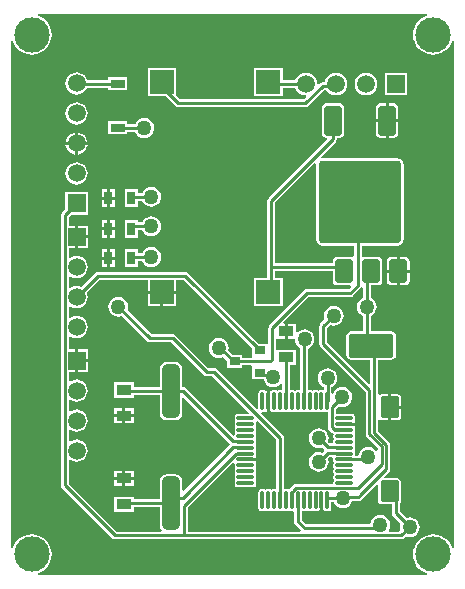
<source format=gtl>
G04*
G04 #@! TF.GenerationSoftware,Altium Limited,Altium Designer,22.7.1 (60)*
G04*
G04 Layer_Physical_Order=1*
G04 Layer_Color=255*
%FSAX44Y44*%
%MOMM*%
G71*
G04*
G04 #@! TF.SameCoordinates,EF1B45EE-5991-4E0F-B012-367B3C428A9F*
G04*
G04*
G04 #@! TF.FilePolarity,Positive*
G04*
G01*
G75*
%ADD12C,0.2540*%
G04:AMPARAMS|DCode=33|XSize=4.5mm|YSize=1.5mm|CornerRadius=0.375mm|HoleSize=0mm|Usage=FLASHONLY|Rotation=90.000|XOffset=0mm|YOffset=0mm|HoleType=Round|Shape=RoundedRectangle|*
%AMROUNDEDRECTD33*
21,1,4.5000,0.7500,0,0,90.0*
21,1,3.7500,1.5000,0,0,90.0*
1,1,0.7500,0.3750,1.8750*
1,1,0.7500,0.3750,-1.8750*
1,1,0.7500,-0.3750,-1.8750*
1,1,0.7500,-0.3750,1.8750*
%
%ADD33ROUNDEDRECTD33*%
%ADD34R,2.0000X2.0000*%
G04:AMPARAMS|DCode=35|XSize=1.5mm|YSize=2mm|CornerRadius=0.15mm|HoleSize=0mm|Usage=FLASHONLY|Rotation=180.000|XOffset=0mm|YOffset=0mm|HoleType=Round|Shape=RoundedRectangle|*
%AMROUNDEDRECTD35*
21,1,1.5000,1.7000,0,0,180.0*
21,1,1.2000,2.0000,0,0,180.0*
1,1,0.3000,-0.6000,0.8500*
1,1,0.3000,0.6000,0.8500*
1,1,0.3000,0.6000,-0.8500*
1,1,0.3000,-0.6000,-0.8500*
%
%ADD35ROUNDEDRECTD35*%
G04:AMPARAMS|DCode=36|XSize=3.8mm|YSize=2mm|CornerRadius=0.2mm|HoleSize=0mm|Usage=FLASHONLY|Rotation=180.000|XOffset=0mm|YOffset=0mm|HoleType=Round|Shape=RoundedRectangle|*
%AMROUNDEDRECTD36*
21,1,3.8000,1.6000,0,0,180.0*
21,1,3.4000,2.0000,0,0,180.0*
1,1,0.4000,-1.7000,0.8000*
1,1,0.4000,1.7000,0.8000*
1,1,0.4000,1.7000,-0.8000*
1,1,0.4000,-1.7000,-0.8000*
%
%ADD36ROUNDEDRECTD36*%
G04:AMPARAMS|DCode=37|XSize=0.28mm|YSize=1.44mm|CornerRadius=0.035mm|HoleSize=0mm|Usage=FLASHONLY|Rotation=0.000|XOffset=0mm|YOffset=0mm|HoleType=Round|Shape=RoundedRectangle|*
%AMROUNDEDRECTD37*
21,1,0.2800,1.3700,0,0,0.0*
21,1,0.2100,1.4400,0,0,0.0*
1,1,0.0700,0.1050,-0.6850*
1,1,0.0700,-0.1050,-0.6850*
1,1,0.0700,-0.1050,0.6850*
1,1,0.0700,0.1050,0.6850*
%
%ADD37ROUNDEDRECTD37*%
G04:AMPARAMS|DCode=38|XSize=1.44mm|YSize=0.28mm|CornerRadius=0.035mm|HoleSize=0mm|Usage=FLASHONLY|Rotation=0.000|XOffset=0mm|YOffset=0mm|HoleType=Round|Shape=RoundedRectangle|*
%AMROUNDEDRECTD38*
21,1,1.4400,0.2100,0,0,0.0*
21,1,1.3700,0.2800,0,0,0.0*
1,1,0.0700,0.6850,-0.1050*
1,1,0.0700,-0.6850,-0.1050*
1,1,0.0700,-0.6850,0.1050*
1,1,0.0700,0.6850,0.1050*
%
%ADD38ROUNDEDRECTD38*%
G04:AMPARAMS|DCode=39|XSize=7mm|YSize=7mm|CornerRadius=0.35mm|HoleSize=0mm|Usage=FLASHONLY|Rotation=180.000|XOffset=0mm|YOffset=0mm|HoleType=Round|Shape=RoundedRectangle|*
%AMROUNDEDRECTD39*
21,1,7.0000,6.3000,0,0,180.0*
21,1,6.3000,7.0000,0,0,180.0*
1,1,0.7000,-3.1500,3.1500*
1,1,0.7000,3.1500,3.1500*
1,1,0.7000,3.1500,-3.1500*
1,1,0.7000,-3.1500,-3.1500*
%
%ADD39ROUNDEDRECTD39*%
G04:AMPARAMS|DCode=40|XSize=1.5mm|YSize=2.5mm|CornerRadius=0.15mm|HoleSize=0mm|Usage=FLASHONLY|Rotation=180.000|XOffset=0mm|YOffset=0mm|HoleType=Round|Shape=RoundedRectangle|*
%AMROUNDEDRECTD40*
21,1,1.5000,2.2000,0,0,180.0*
21,1,1.2000,2.5000,0,0,180.0*
1,1,0.3000,-0.6000,1.1000*
1,1,0.3000,0.6000,1.1000*
1,1,0.3000,0.6000,-1.1000*
1,1,0.3000,-0.6000,-1.1000*
%
%ADD40ROUNDEDRECTD40*%
%ADD41R,0.9000X0.7000*%
%ADD42R,0.7000X1.1000*%
%ADD43R,1.3000X0.9000*%
G04:AMPARAMS|DCode=44|XSize=1.6mm|YSize=1.8mm|CornerRadius=0.16mm|HoleSize=0mm|Usage=FLASHONLY|Rotation=0.000|XOffset=0mm|YOffset=0mm|HoleType=Round|Shape=RoundedRectangle|*
%AMROUNDEDRECTD44*
21,1,1.6000,1.4800,0,0,0.0*
21,1,1.2800,1.8000,0,0,0.0*
1,1,0.3200,0.6400,-0.7400*
1,1,0.3200,-0.6400,-0.7400*
1,1,0.3200,-0.6400,0.7400*
1,1,0.3200,0.6400,0.7400*
%
%ADD44ROUNDEDRECTD44*%
%ADD45R,1.2000X0.7000*%
%ADD46C,1.5000*%
%ADD47R,1.5000X1.5000*%
%ADD48R,1.5000X1.5000*%
%ADD49C,1.2700*%
%ADD50C,3.0000*%
G36*
X01154779Y01026181D02*
X01153463Y01025782D01*
X01150510Y01024203D01*
X01147921Y01022079D01*
X01145797Y01019490D01*
X01144218Y01016537D01*
X01143246Y01013333D01*
X01142918Y01010000D01*
X01143246Y01006667D01*
X01144218Y01003463D01*
X01145797Y01000510D01*
X01147921Y00997921D01*
X01150510Y00995797D01*
X01153463Y00994218D01*
X01156667Y00993246D01*
X01160000Y00992918D01*
X01163333Y00993246D01*
X01166537Y00994218D01*
X01169490Y00995797D01*
X01172079Y00997921D01*
X01174203Y01000510D01*
X01175782Y01003463D01*
X01176181Y01004779D01*
X01177451Y01004591D01*
Y00575409D01*
X01176181Y00575221D01*
X01175782Y00576537D01*
X01174203Y00579490D01*
X01172079Y00582079D01*
X01169490Y00584203D01*
X01166537Y00585782D01*
X01163333Y00586754D01*
X01160000Y00587082D01*
X01156667Y00586754D01*
X01153463Y00585782D01*
X01150510Y00584203D01*
X01147921Y00582079D01*
X01145797Y00579490D01*
X01144218Y00576537D01*
X01143246Y00573333D01*
X01142918Y00570000D01*
X01143246Y00566667D01*
X01144218Y00563463D01*
X01145797Y00560510D01*
X01147921Y00557921D01*
X01150510Y00555797D01*
X01153463Y00554218D01*
X01154779Y00553819D01*
X01154591Y00552549D01*
X00825409D01*
X00825221Y00553819D01*
X00826537Y00554218D01*
X00829490Y00555797D01*
X00832079Y00557921D01*
X00834203Y00560510D01*
X00835782Y00563463D01*
X00836754Y00566667D01*
X00837082Y00570000D01*
X00836754Y00573333D01*
X00835782Y00576537D01*
X00834203Y00579490D01*
X00832079Y00582079D01*
X00829490Y00584203D01*
X00826537Y00585782D01*
X00823333Y00586754D01*
X00820000Y00587082D01*
X00816667Y00586754D01*
X00813463Y00585782D01*
X00810510Y00584203D01*
X00807921Y00582079D01*
X00805797Y00579490D01*
X00804218Y00576537D01*
X00803819Y00575221D01*
X00802549Y00575409D01*
Y01004591D01*
X00803819Y01004779D01*
X00804218Y01003463D01*
X00805797Y01000510D01*
X00807921Y00997921D01*
X00810510Y00995797D01*
X00813463Y00994218D01*
X00816667Y00993246D01*
X00820000Y00992918D01*
X00823333Y00993246D01*
X00826537Y00994218D01*
X00829490Y00995797D01*
X00832079Y00997921D01*
X00834203Y01000510D01*
X00835782Y01003463D01*
X00836754Y01006667D01*
X00837082Y01010000D01*
X00836754Y01013333D01*
X00835782Y01016537D01*
X00834203Y01019490D01*
X00832079Y01022079D01*
X00829490Y01024203D01*
X00826537Y01025782D01*
X00825221Y01026181D01*
X00825409Y01027451D01*
X01154591D01*
X01154779Y01026181D01*
D02*
G37*
%LPC*%
G36*
X00857960Y00978282D02*
X00855480Y00977955D01*
X00853169Y00976998D01*
X00851185Y00975475D01*
X00849662Y00973491D01*
X00848705Y00971180D01*
X00848378Y00968700D01*
X00848705Y00966220D01*
X00849662Y00963909D01*
X00851185Y00961925D01*
X00853169Y00960402D01*
X00855480Y00959445D01*
X00857960Y00959118D01*
X00860440Y00959445D01*
X00862751Y00960402D01*
X00864735Y00961925D01*
X00866258Y00963909D01*
X00866779Y00965166D01*
X00884960D01*
Y00962800D01*
X00900960D01*
Y00973800D01*
X00884960D01*
Y00971834D01*
X00866945D01*
X00866258Y00973491D01*
X00864735Y00975475D01*
X00862751Y00976998D01*
X00860440Y00977955D01*
X00857960Y00978282D01*
D02*
G37*
G36*
X01137860Y00977800D02*
X01118860D01*
Y00958800D01*
X01137860D01*
Y00977800D01*
D02*
G37*
G36*
X01102960Y00977882D02*
X01100480Y00977555D01*
X01098169Y00976598D01*
X01096184Y00975076D01*
X01094662Y00973091D01*
X01093705Y00970780D01*
X01093378Y00968300D01*
X01093705Y00965820D01*
X01094662Y00963509D01*
X01096184Y00961525D01*
X01098169Y00960002D01*
X01100480Y00959045D01*
X01102960Y00958718D01*
X01105440Y00959045D01*
X01107751Y00960002D01*
X01109735Y00961525D01*
X01111258Y00963509D01*
X01112215Y00965820D01*
X01112542Y00968300D01*
X01112215Y00970780D01*
X01111258Y00973091D01*
X01109735Y00975076D01*
X01107751Y00976598D01*
X01105440Y00977555D01*
X01102960Y00977882D01*
D02*
G37*
G36*
X01032370Y00981710D02*
X01008370D01*
Y00957710D01*
X01032370D01*
Y00964966D01*
X01043258D01*
X01043862Y00963509D01*
X01045385Y00961525D01*
X01047369Y00960002D01*
X01049680Y00959045D01*
X01052073Y00958729D01*
X01052338Y00958358D01*
X01052721Y00957581D01*
X01050434Y00955294D01*
X00945526D01*
X00942200Y00958620D01*
Y00981710D01*
X00918200D01*
Y00957710D01*
X00933680D01*
X00941787Y00949603D01*
X00942869Y00948880D01*
X00944145Y00948626D01*
X01051815D01*
X01053091Y00948880D01*
X01054172Y00949603D01*
X01067631Y00963061D01*
X01069605D01*
X01070785Y00961525D01*
X01072769Y00960002D01*
X01075080Y00959045D01*
X01077560Y00958718D01*
X01080040Y00959045D01*
X01082351Y00960002D01*
X01084335Y00961525D01*
X01085858Y00963509D01*
X01086815Y00965820D01*
X01087142Y00968300D01*
X01086815Y00970780D01*
X01085858Y00973091D01*
X01084335Y00975076D01*
X01082351Y00976598D01*
X01080040Y00977555D01*
X01077560Y00977882D01*
X01075080Y00977555D01*
X01072769Y00976598D01*
X01070785Y00975076D01*
X01069262Y00973091D01*
X01068305Y00970780D01*
X01068166Y00969729D01*
X01066250D01*
X01064974Y00969475D01*
X01063893Y00968753D01*
X01062879Y00967739D01*
X01062102Y00968122D01*
X01061730Y00968387D01*
X01061415Y00970780D01*
X01060458Y00973091D01*
X01058935Y00975076D01*
X01056951Y00976598D01*
X01054640Y00977555D01*
X01052160Y00977882D01*
X01049680Y00977555D01*
X01047369Y00976598D01*
X01045385Y00975076D01*
X01043862Y00973091D01*
X01043258Y00971634D01*
X01032370D01*
Y00981710D01*
D02*
G37*
G36*
X01126960Y00951869D02*
X01122230D01*
Y00938570D01*
X01130529D01*
Y00948300D01*
X01130257Y00949666D01*
X01129483Y00950823D01*
X01128326Y00951597D01*
X01126960Y00951869D01*
D02*
G37*
G36*
X01119690D02*
X01114960D01*
X01113594Y00951597D01*
X01112437Y00950823D01*
X01111663Y00949666D01*
X01111392Y00948300D01*
Y00938570D01*
X01119690D01*
Y00951869D01*
D02*
G37*
G36*
X00915210Y00939472D02*
X00913030Y00939185D01*
X00910999Y00938344D01*
X00909255Y00937005D01*
X00907916Y00935261D01*
X00907657Y00934634D01*
X00900960D01*
Y00936800D01*
X00884960D01*
Y00925800D01*
X00900960D01*
Y00927966D01*
X00907449D01*
X00907916Y00926839D01*
X00909255Y00925095D01*
X00910999Y00923756D01*
X00913030Y00922915D01*
X00915210Y00922628D01*
X00917390Y00922915D01*
X00919421Y00923756D01*
X00921165Y00925095D01*
X00922504Y00926839D01*
X00923345Y00928870D01*
X00923632Y00931050D01*
X00923345Y00933230D01*
X00922504Y00935261D01*
X00921165Y00937005D01*
X00919421Y00938344D01*
X00917390Y00939185D01*
X00915210Y00939472D01*
D02*
G37*
G36*
X00857960Y00952882D02*
X00855480Y00952555D01*
X00853169Y00951598D01*
X00851185Y00950076D01*
X00849662Y00948091D01*
X00848705Y00945780D01*
X00848378Y00943300D01*
X00848705Y00940820D01*
X00849662Y00938509D01*
X00851185Y00936525D01*
X00853169Y00935002D01*
X00855480Y00934045D01*
X00857960Y00933718D01*
X00860440Y00934045D01*
X00862751Y00935002D01*
X00864735Y00936525D01*
X00866258Y00938509D01*
X00867215Y00940820D01*
X00867542Y00943300D01*
X00867215Y00945780D01*
X00866258Y00948091D01*
X00864735Y00950076D01*
X00862751Y00951598D01*
X00860440Y00952555D01*
X00857960Y00952882D01*
D02*
G37*
G36*
X01130529Y00936030D02*
X01122230D01*
Y00922731D01*
X01126960D01*
X01128326Y00923003D01*
X01129483Y00923777D01*
X01130257Y00924934D01*
X01130529Y00926300D01*
Y00936030D01*
D02*
G37*
G36*
X01119690D02*
X01111392D01*
Y00926300D01*
X01111663Y00924934D01*
X01112437Y00923777D01*
X01113594Y00923003D01*
X01114960Y00922731D01*
X01119690D01*
Y00936030D01*
D02*
G37*
G36*
X00859230Y00927315D02*
Y00919170D01*
X00867375D01*
X00867215Y00920380D01*
X00866258Y00922691D01*
X00864735Y00924676D01*
X00862751Y00926198D01*
X00860440Y00927156D01*
X00859230Y00927315D01*
D02*
G37*
G36*
X00856690Y00927315D02*
X00855480Y00927156D01*
X00853169Y00926198D01*
X00851185Y00924676D01*
X00849662Y00922691D01*
X00848705Y00920380D01*
X00848545Y00919170D01*
X00856690D01*
Y00927315D01*
D02*
G37*
G36*
Y00916630D02*
X00848545D01*
X00848705Y00915420D01*
X00849662Y00913109D01*
X00851185Y00911125D01*
X00853169Y00909602D01*
X00855480Y00908645D01*
X00856690Y00908485D01*
Y00916630D01*
D02*
G37*
G36*
X00867375D02*
X00859230D01*
Y00908485D01*
X00860440Y00908645D01*
X00862751Y00909602D01*
X00864735Y00911125D01*
X00866258Y00913109D01*
X00867215Y00915420D01*
X00867375Y00916630D01*
D02*
G37*
G36*
X00857960Y00902082D02*
X00855480Y00901756D01*
X00853169Y00900798D01*
X00851185Y00899276D01*
X00849662Y00897291D01*
X00848705Y00894980D01*
X00848378Y00892500D01*
X00848705Y00890020D01*
X00849662Y00887709D01*
X00851185Y00885725D01*
X00853169Y00884202D01*
X00855480Y00883245D01*
X00857960Y00882918D01*
X00860440Y00883245D01*
X00862751Y00884202D01*
X00864735Y00885725D01*
X00866258Y00887709D01*
X00867215Y00890020D01*
X00867542Y00892500D01*
X00867215Y00894980D01*
X00866258Y00897291D01*
X00864735Y00899276D01*
X00862751Y00900798D01*
X00860440Y00901756D01*
X00857960Y00902082D01*
D02*
G37*
G36*
X00921370Y00881132D02*
X00919190Y00880845D01*
X00917159Y00880004D01*
X00915415Y00878665D01*
X00914076Y00876921D01*
X00913713Y00876044D01*
X00909620D01*
Y00879210D01*
X00898620D01*
Y00864210D01*
X00909620D01*
Y00869376D01*
X00913713D01*
X00914076Y00868499D01*
X00915415Y00866755D01*
X00917159Y00865416D01*
X00919190Y00864575D01*
X00921370Y00864288D01*
X00923550Y00864575D01*
X00925581Y00865416D01*
X00927325Y00866755D01*
X00928664Y00868499D01*
X00929505Y00870530D01*
X00929792Y00872710D01*
X00929505Y00874890D01*
X00928664Y00876921D01*
X00927325Y00878665D01*
X00925581Y00880004D01*
X00923550Y00880845D01*
X00921370Y00881132D01*
D02*
G37*
G36*
X00890120Y00879210D02*
X00885890D01*
Y00872980D01*
X00890120D01*
Y00879210D01*
D02*
G37*
G36*
X00883350D02*
X00879120D01*
Y00872980D01*
X00883350D01*
Y00879210D01*
D02*
G37*
G36*
X00890120Y00870440D02*
X00885890D01*
Y00864210D01*
X00890120D01*
Y00870440D01*
D02*
G37*
G36*
X00883350D02*
X00879120D01*
Y00864210D01*
X00883350D01*
Y00870440D01*
D02*
G37*
G36*
X00921370Y00856132D02*
X00919190Y00855845D01*
X00917159Y00855004D01*
X00915415Y00853665D01*
X00914076Y00851921D01*
X00913713Y00851044D01*
X00909620D01*
Y00853210D01*
X00898620D01*
Y00838210D01*
X00909620D01*
Y00844376D01*
X00913713D01*
X00914076Y00843499D01*
X00915415Y00841755D01*
X00917159Y00840416D01*
X00919190Y00839575D01*
X00921370Y00839288D01*
X00923550Y00839575D01*
X00925581Y00840416D01*
X00927325Y00841755D01*
X00928664Y00843499D01*
X00929505Y00845530D01*
X00929792Y00847710D01*
X00929505Y00849890D01*
X00928664Y00851921D01*
X00927325Y00853665D01*
X00925581Y00855004D01*
X00923550Y00855845D01*
X00921370Y00856132D01*
D02*
G37*
G36*
X00890120Y00853210D02*
X00885890D01*
Y00846980D01*
X00890120D01*
Y00853210D01*
D02*
G37*
G36*
X00883350D02*
X00879120D01*
Y00846980D01*
X00883350D01*
Y00853210D01*
D02*
G37*
G36*
X00867460Y00848200D02*
X00859230D01*
Y00839970D01*
X00867460D01*
Y00848200D01*
D02*
G37*
G36*
X00890120Y00844440D02*
X00885890D01*
Y00838210D01*
X00890120D01*
Y00844440D01*
D02*
G37*
G36*
X00883350D02*
X00879120D01*
Y00838210D01*
X00883350D01*
Y00844440D01*
D02*
G37*
G36*
X00867460Y00837430D02*
X00859230D01*
Y00829200D01*
X00867460D01*
Y00837430D01*
D02*
G37*
G36*
X00921370Y00830132D02*
X00919190Y00829845D01*
X00917159Y00829004D01*
X00915415Y00827665D01*
X00914076Y00825921D01*
X00913713Y00825044D01*
X00909620D01*
Y00828210D01*
X00898620D01*
Y00813210D01*
X00909620D01*
Y00818376D01*
X00913713D01*
X00914076Y00817499D01*
X00915415Y00815755D01*
X00917159Y00814416D01*
X00919190Y00813575D01*
X00921370Y00813288D01*
X00923550Y00813575D01*
X00925581Y00814416D01*
X00927325Y00815755D01*
X00928664Y00817499D01*
X00929505Y00819530D01*
X00929792Y00821710D01*
X00929505Y00823890D01*
X00928664Y00825921D01*
X00927325Y00827665D01*
X00925581Y00829004D01*
X00923550Y00829845D01*
X00921370Y00830132D01*
D02*
G37*
G36*
X00890120Y00828210D02*
X00885890D01*
Y00821980D01*
X00890120D01*
Y00828210D01*
D02*
G37*
G36*
X00883350D02*
X00879120D01*
Y00821980D01*
X00883350D01*
Y00828210D01*
D02*
G37*
G36*
X00890120Y00819440D02*
X00885890D01*
Y00813210D01*
X00890120D01*
Y00819440D01*
D02*
G37*
G36*
X00883350D02*
X00879120D01*
Y00813210D01*
X00883350D01*
Y00819440D01*
D02*
G37*
G36*
X01136440Y00821829D02*
X01131710D01*
Y00811030D01*
X01140009D01*
Y00818260D01*
X01139737Y00819626D01*
X01138963Y00820783D01*
X01137806Y00821557D01*
X01136440Y00821829D01*
D02*
G37*
G36*
X01129170D02*
X01124440D01*
X01123074Y00821557D01*
X01121917Y00820783D01*
X01121143Y00819626D01*
X01120871Y00818260D01*
Y00811030D01*
X01129170D01*
Y00821829D01*
D02*
G37*
G36*
X01140009Y00808490D02*
X01131710D01*
Y00797691D01*
X01136440D01*
X01137806Y00797963D01*
X01138963Y00798737D01*
X01139737Y00799894D01*
X01140009Y00801260D01*
Y00808490D01*
D02*
G37*
G36*
X01129170D02*
X01120871D01*
Y00801260D01*
X01121143Y00799894D01*
X01121917Y00798737D01*
X01123074Y00797963D01*
X01124440Y00797691D01*
X01129170D01*
Y00808490D01*
D02*
G37*
G36*
X01080960Y00951869D02*
X01068960D01*
X01067594Y00951597D01*
X01066437Y00950823D01*
X01065663Y00949666D01*
X01065391Y00948300D01*
Y00926300D01*
X01065663Y00924934D01*
X01066437Y00923777D01*
X01067594Y00923003D01*
X01068960Y00922731D01*
X01069880D01*
X01070406Y00921461D01*
X01020602Y00871657D01*
X01019880Y00870576D01*
X01019626Y00869300D01*
Y00813300D01*
Y00803910D01*
X01008370D01*
Y00779910D01*
X01032370D01*
Y00803910D01*
X01026294D01*
Y00809966D01*
X01074871D01*
Y00801260D01*
X01075143Y00799894D01*
X01075917Y00798737D01*
X01077074Y00797963D01*
X01078440Y00797691D01*
X01089630D01*
X01090156Y00796421D01*
X01088279Y00794544D01*
X01053306D01*
X01052030Y00794290D01*
X01050949Y00793568D01*
X01021263Y00763881D01*
X01020540Y00762800D01*
X01020286Y00761524D01*
Y00749228D01*
X01019460Y00748300D01*
X01012175D01*
X00952408Y00808067D01*
X00951326Y00808790D01*
X00950050Y00809044D01*
X00875770D01*
X00874494Y00808790D01*
X00873412Y00808067D01*
X00861897Y00796552D01*
X00860440Y00797156D01*
X00857960Y00797482D01*
X00855480Y00797156D01*
X00853169Y00796198D01*
X00852413Y00795618D01*
X00851274Y00796180D01*
Y00805020D01*
X00852413Y00805582D01*
X00853169Y00805002D01*
X00855480Y00804044D01*
X00857960Y00803718D01*
X00860440Y00804044D01*
X00862751Y00805002D01*
X00864735Y00806525D01*
X00866258Y00808509D01*
X00867215Y00810820D01*
X00867542Y00813300D01*
X00867215Y00815780D01*
X00866258Y00818091D01*
X00864735Y00820075D01*
X00862751Y00821598D01*
X00860440Y00822555D01*
X00857960Y00822882D01*
X00855480Y00822555D01*
X00853169Y00821598D01*
X00852413Y00821018D01*
X00851274Y00821580D01*
Y00829200D01*
X00856690D01*
Y00838700D01*
Y00848200D01*
X00851274D01*
Y00855699D01*
X00853175Y00857600D01*
X00867460D01*
Y00876600D01*
X00848460D01*
Y00862315D01*
X00845583Y00859437D01*
X00844860Y00858356D01*
X00844606Y00857080D01*
Y00628320D01*
X00844860Y00627044D01*
X00845583Y00625962D01*
X00887903Y00583643D01*
X00888984Y00582920D01*
X00890260Y00582666D01*
X01133000D01*
X01134276Y00582920D01*
X01135358Y00583643D01*
X01136943Y00585228D01*
X01137820Y00584865D01*
X01140000Y00584578D01*
X01142180Y00584865D01*
X01144211Y00585706D01*
X01145955Y00587045D01*
X01147294Y00588789D01*
X01148135Y00590820D01*
X01148422Y00593000D01*
X01148135Y00595180D01*
X01147294Y00597211D01*
X01145955Y00598955D01*
X01144211Y00600294D01*
X01142180Y00601135D01*
X01140000Y00601422D01*
X01137820Y00601135D01*
X01136943Y00600772D01*
X01131424Y00606291D01*
Y00612949D01*
X01131955Y00613305D01*
X01132751Y00614495D01*
X01133030Y00615900D01*
Y00630700D01*
X01132751Y00632105D01*
X01131955Y00633295D01*
X01130765Y00634091D01*
X01129360Y00634370D01*
X01118837D01*
X01118351Y00635544D01*
X01122438Y00639630D01*
X01123160Y00640712D01*
X01123414Y00641988D01*
Y00663000D01*
X01123160Y00664276D01*
X01122438Y00665358D01*
X01113314Y00674481D01*
Y00683462D01*
X01114584Y00684141D01*
X01115155Y00683759D01*
X01116560Y00683480D01*
X01121690D01*
Y00694550D01*
Y00705620D01*
X01116560D01*
X01115155Y00705341D01*
X01114584Y00704959D01*
X01113314Y00705638D01*
Y00734682D01*
X01124440D01*
X01126001Y00734992D01*
X01127324Y00735876D01*
X01128208Y00737199D01*
X01128518Y00738760D01*
Y00754760D01*
X01128208Y00756321D01*
X01127324Y00757644D01*
X01126001Y00758528D01*
X01124440Y00758838D01*
X01106964D01*
Y00772123D01*
X01107841Y00772486D01*
X01109585Y00773825D01*
X01110924Y00775569D01*
X01111765Y00777600D01*
X01112052Y00779780D01*
X01111765Y00781960D01*
X01110924Y00783991D01*
X01109585Y00785735D01*
X01107841Y00787074D01*
X01106964Y00787437D01*
Y00797691D01*
X01113440D01*
X01114806Y00797963D01*
X01115963Y00798737D01*
X01116737Y00799894D01*
X01117009Y00801260D01*
Y00818260D01*
X01116737Y00819626D01*
X01115963Y00820783D01*
X01114806Y00821557D01*
X01113440Y00821829D01*
X01101440D01*
X01100614Y00821664D01*
X01099344Y00822480D01*
Y00831192D01*
X01129460D01*
X01131606Y00831619D01*
X01133425Y00832835D01*
X01134641Y00834654D01*
X01135068Y00836800D01*
Y00899800D01*
X01134641Y00901946D01*
X01133425Y00903765D01*
X01131606Y00904981D01*
X01129460Y00905408D01*
X01066460D01*
X01065360Y00905189D01*
X01064734Y00906359D01*
X01077318Y00918942D01*
X01078040Y00920024D01*
X01078294Y00921300D01*
Y00922731D01*
X01080960D01*
X01082326Y00923003D01*
X01083483Y00923777D01*
X01084257Y00924934D01*
X01084529Y00926300D01*
Y00948300D01*
X01084257Y00949666D01*
X01083483Y00950823D01*
X01082326Y00951597D01*
X01080960Y00951869D01*
D02*
G37*
G36*
X01129360Y00705620D02*
X01124230D01*
Y00695820D01*
X01133030D01*
Y00701950D01*
X01132751Y00703355D01*
X01131955Y00704545D01*
X01130765Y00705341D01*
X01129360Y00705620D01*
D02*
G37*
G36*
X01133030Y00693280D02*
X01124230D01*
Y00683480D01*
X01129360D01*
X01130765Y00683759D01*
X01131955Y00684555D01*
X01132751Y00685745D01*
X01133030Y00687150D01*
Y00693280D01*
D02*
G37*
%LPD*%
G36*
X01061071Y00900900D02*
X01060852Y00899800D01*
Y00836800D01*
X01061279Y00834654D01*
X01062495Y00832835D01*
X01064314Y00831619D01*
X01066460Y00831192D01*
X01092676D01*
Y00822386D01*
X01091406Y00821636D01*
X01090440Y00821829D01*
X01078440D01*
X01077074Y00821557D01*
X01075917Y00820783D01*
X01075143Y00819626D01*
X01074871Y00818260D01*
Y00816634D01*
X01026294D01*
Y00867919D01*
X01059901Y00901526D01*
X01061071Y00900900D01*
D02*
G37*
G36*
X01006460Y00744585D02*
Y00737300D01*
X01005466Y00736634D01*
X00998460D01*
Y00738800D01*
X00990175D01*
X00986488Y00742488D01*
X00986505Y00742530D01*
X00986792Y00744710D01*
X00986505Y00746890D01*
X00985664Y00748921D01*
X00984325Y00750665D01*
X00982581Y00752004D01*
X00980550Y00752845D01*
X00978370Y00753132D01*
X00976190Y00752845D01*
X00974159Y00752004D01*
X00972415Y00750665D01*
X00971076Y00748921D01*
X00970235Y00746890D01*
X00969948Y00744710D01*
X00970235Y00742530D01*
X00971076Y00740499D01*
X00972415Y00738755D01*
X00974159Y00737416D01*
X00976190Y00736575D01*
X00978370Y00736288D01*
X00980550Y00736575D01*
X00982261Y00737284D01*
X00985460Y00734085D01*
Y00727800D01*
X00998460D01*
Y00729966D01*
X01005466D01*
X01006460Y00729300D01*
Y00718300D01*
X01016392D01*
X01016463Y00717758D01*
X01017304Y00715727D01*
X01018643Y00713983D01*
X01020387Y00712644D01*
X01022418Y00711803D01*
X01024598Y00711516D01*
X01026778Y00711803D01*
X01028809Y00712644D01*
X01030553Y00713983D01*
X01030766Y00714260D01*
X01032036Y00713829D01*
Y00709462D01*
X01031420Y00708956D01*
X01029320D01*
X01028403Y00708774D01*
X01027870Y00708418D01*
X01027337Y00708774D01*
X01026420Y00708956D01*
X01024320D01*
X01023403Y00708774D01*
X01022870Y00708418D01*
X01022337Y00708774D01*
X01021640Y00708912D01*
Y00699710D01*
Y00690508D01*
X01022337Y00690646D01*
X01022870Y00691003D01*
X01023403Y00690646D01*
X01024320Y00690464D01*
X01026420D01*
X01027337Y00690646D01*
X01027870Y00691003D01*
X01028403Y00690646D01*
X01029320Y00690464D01*
X01031420D01*
X01032337Y00690646D01*
X01032870Y00691003D01*
X01033403Y00690646D01*
X01034320Y00690464D01*
X01036420D01*
X01037337Y00690646D01*
X01037870Y00691003D01*
X01038403Y00690646D01*
X01039320Y00690464D01*
X01041420D01*
X01042337Y00690646D01*
X01042870Y00691003D01*
X01043403Y00690646D01*
X01044320Y00690464D01*
X01046420D01*
X01047337Y00690646D01*
X01047870Y00691003D01*
X01048403Y00690646D01*
X01049320Y00690464D01*
X01051420D01*
X01052337Y00690646D01*
X01052870Y00691003D01*
X01053403Y00690646D01*
X01054320Y00690464D01*
X01056420D01*
X01057337Y00690646D01*
X01057870Y00691003D01*
X01058403Y00690646D01*
X01059320Y00690464D01*
X01061420D01*
X01062337Y00690646D01*
X01062870Y00691003D01*
X01063403Y00690646D01*
X01064320Y00690464D01*
X01066420D01*
X01067337Y00690646D01*
X01067870Y00691003D01*
X01068403Y00690646D01*
X01069320Y00690464D01*
X01071046D01*
Y00677620D01*
X01071300Y00676344D01*
X01072022Y00675263D01*
X01074153Y00673132D01*
X01075234Y00672410D01*
X01075656Y00672326D01*
X01075474Y00671410D01*
Y00669310D01*
X01075656Y00668393D01*
X01076012Y00667860D01*
X01075656Y00667327D01*
X01075474Y00666410D01*
Y00664310D01*
X01075330Y00664134D01*
X01071841D01*
X01070732Y00665243D01*
X01071095Y00666120D01*
X01071382Y00668300D01*
X01071095Y00670480D01*
X01070254Y00672511D01*
X01068915Y00674255D01*
X01067171Y00675594D01*
X01065140Y00676435D01*
X01062960Y00676722D01*
X01060780Y00676435D01*
X01058749Y00675594D01*
X01057005Y00674255D01*
X01055666Y00672511D01*
X01054825Y00670480D01*
X01054538Y00668300D01*
X01054825Y00666120D01*
X01055666Y00664089D01*
X01057005Y00662345D01*
X01058749Y00661006D01*
X01060780Y00660165D01*
X01062960Y00659878D01*
X01065140Y00660165D01*
X01066017Y00660528D01*
X01067371Y00659174D01*
X01067406Y00659125D01*
Y00657475D01*
X01067371Y00657426D01*
X01066017Y00656072D01*
X01065140Y00656435D01*
X01062960Y00656722D01*
X01060780Y00656435D01*
X01058749Y00655594D01*
X01057005Y00654255D01*
X01055666Y00652511D01*
X01054825Y00650480D01*
X01054538Y00648300D01*
X01054825Y00646120D01*
X01055666Y00644089D01*
X01057005Y00642345D01*
X01058749Y00641006D01*
X01060780Y00640165D01*
X01062960Y00639878D01*
X01065140Y00640165D01*
X01067171Y00641006D01*
X01068915Y00642345D01*
X01070254Y00644089D01*
X01071095Y00646120D01*
X01071382Y00648300D01*
X01071095Y00650480D01*
X01070732Y00651357D01*
X01071841Y00652466D01*
X01074389D01*
X01075474Y00651410D01*
Y00649310D01*
X01075656Y00648393D01*
X01076012Y00647860D01*
X01075656Y00647327D01*
X01075474Y00646410D01*
Y00644310D01*
X01075656Y00643393D01*
X01076012Y00642860D01*
X01075656Y00642327D01*
X01075474Y00641410D01*
Y00639310D01*
X01075656Y00638393D01*
X01076013Y00637860D01*
X01075656Y00637327D01*
X01075474Y00636410D01*
Y00634310D01*
X01075656Y00633393D01*
X01076012Y00632860D01*
X01075656Y00632327D01*
X01075474Y00631410D01*
Y00629774D01*
X01043841D01*
X01042565Y00629520D01*
X01041484Y00628797D01*
X01039092Y00626406D01*
X01038370Y00625325D01*
X01037088Y00625123D01*
X01036420Y00625256D01*
X01034320D01*
X01033794Y00625688D01*
Y00668409D01*
X01033540Y00669685D01*
X01032818Y00670766D01*
X01014390Y00689194D01*
X01014916Y00690464D01*
X01016420D01*
X01017337Y00690646D01*
X01017870Y00691003D01*
X01018403Y00690646D01*
X01019100Y00690508D01*
Y00699710D01*
Y00708912D01*
X01018403Y00708774D01*
X01017870Y00708418D01*
X01017337Y00708774D01*
X01016420Y00708956D01*
X01014320D01*
X01013403Y00708774D01*
X01012626Y00708254D01*
X01012106Y00707477D01*
X01011924Y00706560D01*
Y00693456D01*
X01010654Y00692930D01*
X00976796Y00726787D01*
X00975715Y00727510D01*
X00974439Y00727764D01*
X00969578D01*
X00941685Y00755658D01*
X00940603Y00756380D01*
X00939327Y00756634D01*
X00921161D01*
X00901142Y00776653D01*
X00901505Y00777530D01*
X00901792Y00779710D01*
X00901505Y00781890D01*
X00900664Y00783921D01*
X00899325Y00785665D01*
X00897581Y00787004D01*
X00895550Y00787845D01*
X00893370Y00788132D01*
X00891190Y00787845D01*
X00889159Y00787004D01*
X00887415Y00785665D01*
X00886076Y00783921D01*
X00885235Y00781890D01*
X00884948Y00779710D01*
X00885235Y00777530D01*
X00886076Y00775499D01*
X00887415Y00773755D01*
X00889159Y00772416D01*
X00891190Y00771575D01*
X00893370Y00771288D01*
X00895550Y00771575D01*
X00896427Y00771938D01*
X00917422Y00750943D01*
X00918504Y00750220D01*
X00919780Y00749966D01*
X00937946D01*
X00965840Y00722073D01*
X00966921Y00721350D01*
X00968197Y00721096D01*
X00973058D01*
X01004174Y00689979D01*
X01003688Y00688806D01*
X00994170D01*
X00993253Y00688624D01*
X00992476Y00688104D01*
X00991956Y00687327D01*
X00991774Y00686410D01*
Y00684310D01*
X00991956Y00683393D01*
X00992312Y00682860D01*
X00991956Y00682327D01*
X00991774Y00681410D01*
Y00679310D01*
X00991956Y00678393D01*
X00992312Y00677860D01*
X00991956Y00677327D01*
X00991774Y00676410D01*
Y00674310D01*
X00991956Y00673393D01*
X00992312Y00672860D01*
X00991956Y00672327D01*
X00991774Y00671410D01*
Y00670997D01*
X00990504Y00670471D01*
X00950318Y00710658D01*
X00949236Y00711380D01*
X00947960Y00711634D01*
X00947573D01*
Y00727050D01*
X00947126Y00729294D01*
X00945855Y00731196D01*
X00943953Y00732466D01*
X00941710Y00732913D01*
X00934210D01*
X00931966Y00732466D01*
X00930064Y00731196D01*
X00928794Y00729294D01*
X00928347Y00727050D01*
Y00711634D01*
X00906460D01*
Y00715800D01*
X00889460D01*
Y00702800D01*
X00906460D01*
Y00704966D01*
X00928347D01*
Y00689550D01*
X00928794Y00687307D01*
X00930064Y00685405D01*
X00931966Y00684134D01*
X00934210Y00683687D01*
X00941710D01*
X00943953Y00684134D01*
X00945855Y00685405D01*
X00947126Y00687307D01*
X00947573Y00689550D01*
Y00702313D01*
X00948746Y00702799D01*
X00987371Y00664174D01*
X00987902Y00663436D01*
X00987383Y00662439D01*
X00948746Y00623801D01*
X00947573Y00624287D01*
Y00632050D01*
X00947126Y00634294D01*
X00945855Y00636195D01*
X00943953Y00637466D01*
X00941710Y00637913D01*
X00934210D01*
X00931966Y00637466D01*
X00930064Y00636195D01*
X00928794Y00634294D01*
X00928347Y00632050D01*
Y00616634D01*
X00906460D01*
Y00618800D01*
X00889460D01*
Y00605800D01*
X00906460D01*
Y00609966D01*
X00928347D01*
Y00594550D01*
X00928794Y00592307D01*
X00929931Y00590604D01*
X00929555Y00589334D01*
X00891641D01*
X00851274Y00629701D01*
Y00649620D01*
X00852413Y00650182D01*
X00853169Y00649602D01*
X00855480Y00648644D01*
X00857960Y00648318D01*
X00860440Y00648644D01*
X00862751Y00649602D01*
X00864735Y00651125D01*
X00866258Y00653109D01*
X00867215Y00655420D01*
X00867542Y00657900D01*
X00867215Y00660380D01*
X00866258Y00662691D01*
X00864735Y00664676D01*
X00862751Y00666198D01*
X00860440Y00667156D01*
X00857960Y00667482D01*
X00855480Y00667156D01*
X00853169Y00666198D01*
X00852413Y00665618D01*
X00851274Y00666180D01*
Y00675020D01*
X00852413Y00675582D01*
X00853169Y00675002D01*
X00855480Y00674044D01*
X00857960Y00673718D01*
X00860440Y00674044D01*
X00862751Y00675002D01*
X00864735Y00676525D01*
X00866258Y00678509D01*
X00867215Y00680820D01*
X00867542Y00683300D01*
X00867215Y00685780D01*
X00866258Y00688091D01*
X00864735Y00690076D01*
X00862751Y00691598D01*
X00860440Y00692555D01*
X00857960Y00692882D01*
X00855480Y00692555D01*
X00853169Y00691598D01*
X00852413Y00691018D01*
X00851274Y00691580D01*
Y00700420D01*
X00852413Y00700982D01*
X00853169Y00700402D01*
X00855480Y00699445D01*
X00857960Y00699118D01*
X00860440Y00699445D01*
X00862751Y00700402D01*
X00864735Y00701925D01*
X00866258Y00703909D01*
X00867215Y00706220D01*
X00867542Y00708700D01*
X00867215Y00711180D01*
X00866258Y00713491D01*
X00864735Y00715475D01*
X00862751Y00716998D01*
X00860440Y00717955D01*
X00857960Y00718282D01*
X00855480Y00717955D01*
X00853169Y00716998D01*
X00852413Y00716418D01*
X00851274Y00716980D01*
Y00724600D01*
X00856690D01*
Y00734100D01*
Y00743600D01*
X00851274D01*
Y00754220D01*
X00852413Y00754782D01*
X00853169Y00754202D01*
X00855480Y00753244D01*
X00857960Y00752918D01*
X00860440Y00753244D01*
X00862751Y00754202D01*
X00864735Y00755724D01*
X00866258Y00757709D01*
X00867215Y00760020D01*
X00867542Y00762500D01*
X00867215Y00764980D01*
X00866258Y00767291D01*
X00864735Y00769275D01*
X00862751Y00770798D01*
X00860440Y00771756D01*
X00857960Y00772082D01*
X00855480Y00771756D01*
X00853169Y00770798D01*
X00852413Y00770218D01*
X00851274Y00770780D01*
Y00779620D01*
X00852413Y00780182D01*
X00853169Y00779602D01*
X00855480Y00778644D01*
X00857960Y00778318D01*
X00860440Y00778644D01*
X00862751Y00779602D01*
X00864735Y00781124D01*
X00866258Y00783109D01*
X00867215Y00785420D01*
X00867542Y00787900D01*
X00867215Y00790380D01*
X00866612Y00791837D01*
X00877151Y00802376D01*
X00918200D01*
Y00793180D01*
X00930200D01*
X00942200D01*
Y00802376D01*
X00948669D01*
X01006460Y00744585D01*
D02*
G37*
G36*
X01100296Y00795415D02*
Y00787437D01*
X01099419Y00787074D01*
X01097675Y00785735D01*
X01096336Y00783991D01*
X01095495Y00781960D01*
X01095208Y00779780D01*
X01095495Y00777600D01*
X01096336Y00775569D01*
X01097675Y00773825D01*
X01099419Y00772486D01*
X01100296Y00772123D01*
Y00758838D01*
X01090440D01*
X01088879Y00758528D01*
X01087556Y00757644D01*
X01086672Y00756321D01*
X01086362Y00754760D01*
Y00738760D01*
X01086672Y00737199D01*
X01087556Y00735876D01*
X01088879Y00734992D01*
X01090440Y00734682D01*
X01106646D01*
Y00714558D01*
X01105473Y00714072D01*
X01070154Y00749391D01*
Y00761909D01*
X01072633Y00764388D01*
X01073510Y00764025D01*
X01075690Y00763738D01*
X01077870Y00764025D01*
X01079901Y00764866D01*
X01081645Y00766205D01*
X01082984Y00767949D01*
X01083825Y00769980D01*
X01084112Y00772160D01*
X01083825Y00774340D01*
X01082984Y00776371D01*
X01081645Y00778115D01*
X01079901Y00779454D01*
X01077870Y00780295D01*
X01075690Y00780582D01*
X01073510Y00780295D01*
X01071479Y00779454D01*
X01069735Y00778115D01*
X01068396Y00776371D01*
X01067555Y00774340D01*
X01067268Y00772160D01*
X01067555Y00769980D01*
X01067918Y00769103D01*
X01064463Y00765648D01*
X01063740Y00764566D01*
X01063486Y00763290D01*
Y00748010D01*
X01063740Y00746734D01*
X01064463Y00745652D01*
X01102666Y00707449D01*
Y00671720D01*
X01102920Y00670444D01*
X01103643Y00669363D01*
X01112956Y00660049D01*
Y00658084D01*
X01111686Y00657653D01*
X01110855Y00658735D01*
X01109111Y00660074D01*
X01107080Y00660915D01*
X01104900Y00661202D01*
X01102720Y00660915D01*
X01100689Y00660074D01*
X01098945Y00658735D01*
X01097606Y00656991D01*
X01096765Y00654960D01*
X01096598Y00653694D01*
X01094472D01*
X01093966Y00654310D01*
Y00656410D01*
X01093784Y00657327D01*
X01093428Y00657860D01*
X01093784Y00658393D01*
X01093966Y00659310D01*
Y00661410D01*
X01093784Y00662327D01*
X01093428Y00662860D01*
X01093784Y00663393D01*
X01093966Y00664310D01*
Y00666410D01*
X01093784Y00667327D01*
X01093428Y00667860D01*
X01093784Y00668393D01*
X01093966Y00669310D01*
Y00671410D01*
X01093784Y00672327D01*
X01093428Y00672860D01*
X01093784Y00673393D01*
X01093966Y00674310D01*
Y00676410D01*
X01093784Y00677327D01*
X01093428Y00677860D01*
X01093784Y00678393D01*
X01093922Y00679090D01*
X01084720D01*
Y00681630D01*
X01093922D01*
X01093784Y00682327D01*
X01093428Y00682860D01*
X01093784Y00683393D01*
X01093966Y00684310D01*
Y00686410D01*
X01093784Y00687327D01*
X01093264Y00688104D01*
X01092487Y00688624D01*
X01091570Y00688806D01*
X01077870D01*
X01077714Y00688934D01*
Y00693339D01*
X01079903Y00695528D01*
X01080780Y00695165D01*
X01082960Y00694878D01*
X01085140Y00695165D01*
X01087171Y00696006D01*
X01088915Y00697345D01*
X01090254Y00699089D01*
X01091095Y00701120D01*
X01091382Y00703300D01*
X01091095Y00705480D01*
X01090254Y00707511D01*
X01088915Y00709255D01*
X01087171Y00710594D01*
X01085140Y00711435D01*
X01082960Y00711722D01*
X01080780Y00711435D01*
X01078749Y00710594D01*
X01077005Y00709255D01*
X01075666Y00707511D01*
X01075086Y00706110D01*
X01073816Y00706363D01*
Y00706560D01*
X01073794Y00706670D01*
Y00711313D01*
X01074671Y00711676D01*
X01076415Y00713015D01*
X01077754Y00714759D01*
X01078595Y00716790D01*
X01078882Y00718970D01*
X01078595Y00721150D01*
X01077754Y00723181D01*
X01076415Y00724925D01*
X01074671Y00726264D01*
X01072640Y00727105D01*
X01070460Y00727392D01*
X01068280Y00727105D01*
X01066249Y00726264D01*
X01064505Y00724925D01*
X01063166Y00723181D01*
X01062325Y00721150D01*
X01062038Y00718970D01*
X01062325Y00716790D01*
X01063166Y00714759D01*
X01064505Y00713015D01*
X01066249Y00711676D01*
X01067126Y00711313D01*
Y00709535D01*
X01066420Y00708956D01*
X01064320D01*
X01063403Y00708774D01*
X01062870Y00708418D01*
X01062337Y00708774D01*
X01061420Y00708956D01*
X01059320D01*
X01058403Y00708774D01*
X01057870Y00708418D01*
X01057337Y00708774D01*
X01056420Y00708956D01*
X01054320D01*
X01053834Y00709355D01*
Y00744136D01*
X01055211Y00744706D01*
X01056955Y00746045D01*
X01058294Y00747789D01*
X01059135Y00749820D01*
X01059422Y00752000D01*
X01059135Y00754180D01*
X01058294Y00756211D01*
X01056955Y00757955D01*
X01055211Y00759294D01*
X01053180Y00760135D01*
X01051000Y00760422D01*
X01048820Y00760135D01*
X01046789Y00759294D01*
X01045140Y00758028D01*
X01044444Y00758159D01*
X01043870Y00758354D01*
Y00765210D01*
X01036640D01*
Y00758710D01*
Y00752210D01*
X01042394D01*
X01042578Y00752000D01*
X01042865Y00749820D01*
X01043706Y00747789D01*
X01045045Y00746045D01*
X01046789Y00744706D01*
X01047166Y00744550D01*
Y00709568D01*
X01046420Y00708956D01*
X01044320D01*
X01043403Y00708774D01*
X01042870Y00708418D01*
X01042337Y00708774D01*
X01041420Y00708956D01*
X01039320D01*
X01038704Y00709462D01*
Y00730210D01*
X01043870D01*
Y00743210D01*
X01026954D01*
Y00752210D01*
X01034100D01*
Y00758710D01*
Y00765210D01*
X01033680D01*
X01033195Y00766383D01*
X01054687Y00787876D01*
X01089660D01*
X01090936Y00788130D01*
X01092018Y00788852D01*
X01098367Y00795202D01*
X01099026Y00796188D01*
X01099118Y00796198D01*
X01100296Y00795415D01*
D02*
G37*
G36*
X01027126Y00667028D02*
Y00625835D01*
X01026420Y00625256D01*
X01024320D01*
X01023403Y00625074D01*
X01022870Y00624717D01*
X01022337Y00625074D01*
X01021420Y00625256D01*
X01019320D01*
X01018403Y00625074D01*
X01017870Y00624717D01*
X01017337Y00625074D01*
X01016420Y00625256D01*
X01014320D01*
X01013403Y00625074D01*
X01012626Y00624554D01*
X01012106Y00623777D01*
X01011924Y00622860D01*
Y00609160D01*
X01012106Y00608243D01*
X01012626Y00607466D01*
X01013403Y00606946D01*
X01014320Y00606764D01*
X01016420D01*
X01017337Y00606946D01*
X01017870Y00607303D01*
X01018403Y00606946D01*
X01019320Y00606764D01*
X01021420D01*
X01022337Y00606946D01*
X01022870Y00607303D01*
X01023403Y00606946D01*
X01024320Y00606764D01*
X01026420D01*
X01027337Y00606946D01*
X01027870Y00607303D01*
X01028403Y00606946D01*
X01029320Y00606764D01*
X01031420D01*
X01032337Y00606946D01*
X01032870Y00607303D01*
X01033403Y00606946D01*
X01034320Y00606764D01*
X01036420D01*
X01037337Y00606946D01*
X01037870Y00607303D01*
X01038403Y00606946D01*
X01039320Y00606764D01*
X01041420D01*
X01042166Y00606152D01*
Y00597500D01*
X01042420Y00596224D01*
X01043142Y00595143D01*
X01047681Y00590604D01*
X01047155Y00589334D01*
X00952334D01*
Y00609619D01*
X00990016Y00647301D01*
X00991606Y00647095D01*
X00991833Y00646707D01*
X00991774Y00646410D01*
Y00644310D01*
X00991956Y00643393D01*
X00992312Y00642860D01*
X00991956Y00642327D01*
X00991774Y00641410D01*
Y00639310D01*
X00991956Y00638393D01*
X00992312Y00637860D01*
X00991956Y00637327D01*
X00991774Y00636410D01*
Y00634310D01*
X00991956Y00633393D01*
X00992312Y00632860D01*
X00991956Y00632327D01*
X00991774Y00631410D01*
Y00629310D01*
X00991956Y00628393D01*
X00992476Y00627616D01*
X00993253Y00627096D01*
X00994170Y00626914D01*
X01007870D01*
X01008787Y00627096D01*
X01009564Y00627616D01*
X01010084Y00628393D01*
X01010266Y00629310D01*
Y00631410D01*
X01010084Y00632327D01*
X01009727Y00632860D01*
X01010084Y00633393D01*
X01010266Y00634310D01*
Y00636410D01*
X01010084Y00637327D01*
X01009727Y00637860D01*
X01010084Y00638393D01*
X01010266Y00639310D01*
Y00641410D01*
X01010084Y00642327D01*
X01009727Y00642860D01*
X01010084Y00643393D01*
X01010266Y00644310D01*
Y00646410D01*
X01010084Y00647327D01*
X01009727Y00647860D01*
X01010084Y00648393D01*
X01010222Y00649090D01*
X01001020D01*
Y00651630D01*
X01010222D01*
X01010084Y00652327D01*
X01009727Y00652860D01*
X01010084Y00653393D01*
X01010266Y00654310D01*
Y00656410D01*
X01010084Y00657327D01*
X01009727Y00657860D01*
X01010084Y00658393D01*
X01010266Y00659310D01*
Y00661410D01*
X01010084Y00662327D01*
X01009727Y00662860D01*
X01010084Y00663393D01*
X01010266Y00664310D01*
Y00666410D01*
X01010084Y00667327D01*
X01009727Y00667860D01*
X01010084Y00668393D01*
X01010266Y00669310D01*
Y00671410D01*
X01010084Y00672327D01*
X01009727Y00672860D01*
X01010084Y00673393D01*
X01010266Y00674310D01*
Y00676410D01*
X01010084Y00677327D01*
X01009727Y00677860D01*
X01010084Y00678393D01*
X01010266Y00679310D01*
Y00681410D01*
X01010097Y00682261D01*
X01010169Y00682367D01*
X01011267Y00682886D01*
X01027126Y00667028D01*
D02*
G37*
G36*
X01112889Y00628423D02*
Y00615900D01*
X01113169Y00614495D01*
X01113965Y00613305D01*
X01115155Y00612509D01*
X01116560Y00612229D01*
X01124756D01*
Y00604910D01*
X01125010Y00603634D01*
X01125732Y00602552D01*
X01132228Y00596057D01*
X01131865Y00595180D01*
X01131578Y00593000D01*
X01131865Y00590820D01*
X01132024Y00590436D01*
X01131178Y00589334D01*
X01122713D01*
X01122151Y00590473D01*
X01122294Y00590659D01*
X01123135Y00592690D01*
X01123422Y00594870D01*
X01123135Y00597050D01*
X01122294Y00599081D01*
X01120955Y00600825D01*
X01119211Y00602164D01*
X01117180Y00603005D01*
X01115000Y00603292D01*
X01112820Y00603005D01*
X01110789Y00602164D01*
X01109045Y00600825D01*
X01107706Y00599081D01*
X01106865Y00597050D01*
X01106639Y00595334D01*
X01052381D01*
X01048834Y00598881D01*
Y00606365D01*
X01049320Y00606764D01*
X01051420D01*
X01052337Y00606946D01*
X01052870Y00607303D01*
X01053403Y00606946D01*
X01054320Y00606764D01*
X01056420D01*
X01057337Y00606946D01*
X01057870Y00607303D01*
X01058403Y00606946D01*
X01059320Y00606764D01*
X01061420D01*
X01062337Y00606946D01*
X01062870Y00607303D01*
X01063403Y00606946D01*
X01064100Y00606808D01*
Y00616010D01*
X01066640D01*
Y00606808D01*
X01067337Y00606946D01*
X01067870Y00607303D01*
X01068403Y00606946D01*
X01069320Y00606764D01*
X01071420D01*
X01072337Y00606946D01*
X01073114Y00607466D01*
X01073634Y00608243D01*
X01073816Y00609160D01*
Y00614236D01*
X01075693D01*
X01076056Y00613359D01*
X01077395Y00611615D01*
X01079139Y00610276D01*
X01081170Y00609435D01*
X01083350Y00609148D01*
X01085530Y00609435D01*
X01087561Y00610276D01*
X01089305Y00611615D01*
X01090644Y00613359D01*
X01091309Y00614966D01*
X01096472D01*
X01097748Y00615220D01*
X01098830Y00615942D01*
X01100318Y00617430D01*
X01100479Y00617672D01*
X01111716Y00628909D01*
X01112889Y00628423D01*
D02*
G37*
%LPC*%
G36*
X00942200Y00790640D02*
X00931470D01*
Y00779910D01*
X00942200D01*
Y00790640D01*
D02*
G37*
G36*
X00928930D02*
X00918200D01*
Y00779910D01*
X00928930D01*
Y00790640D01*
D02*
G37*
G36*
X00867460Y00743600D02*
X00859230D01*
Y00735370D01*
X00867460D01*
Y00743600D01*
D02*
G37*
G36*
Y00732830D02*
X00859230D01*
Y00724600D01*
X00867460D01*
Y00732830D01*
D02*
G37*
G36*
X00906460Y00693800D02*
X00899230D01*
Y00688570D01*
X00906460D01*
Y00693800D01*
D02*
G37*
G36*
X00896690D02*
X00889460D01*
Y00688570D01*
X00896690D01*
Y00693800D01*
D02*
G37*
G36*
X00906460Y00686030D02*
X00899230D01*
Y00680800D01*
X00906460D01*
Y00686030D01*
D02*
G37*
G36*
X00896690D02*
X00889460D01*
Y00680800D01*
X00896690D01*
Y00686030D01*
D02*
G37*
G36*
X00906460Y00640800D02*
X00899230D01*
Y00635570D01*
X00906460D01*
Y00640800D01*
D02*
G37*
G36*
X00896690D02*
X00889460D01*
Y00635570D01*
X00896690D01*
Y00640800D01*
D02*
G37*
G36*
X00906460Y00633030D02*
X00899230D01*
Y00627800D01*
X00906460D01*
Y00633030D01*
D02*
G37*
G36*
X00896690D02*
X00889460D01*
Y00627800D01*
X00896690D01*
Y00633030D01*
D02*
G37*
%LPD*%
D12*
X01050500Y00751500D02*
X01051000Y00752000D01*
X01050370Y00699710D02*
X01050500Y00699840D01*
Y00751500D01*
X01035370Y00699710D02*
Y00736710D01*
X01112251Y00594870D02*
X01115000D01*
X00949000Y00586000D02*
X01133000D01*
X01140000Y00593000D01*
X01108488Y00592056D02*
X01109437D01*
X01112251Y00594870D01*
X00949000Y00586000D02*
Y00611000D01*
X00993230Y00655230D01*
X00890260Y00586000D02*
X00949000D01*
X01045500Y00597500D02*
Y00615880D01*
X01051000Y00592000D02*
X01108432D01*
X01045500Y00597500D02*
X01051000Y00592000D01*
X01108432D02*
X01108488Y00592056D01*
X01000720Y00655230D02*
X01000980Y00655490D01*
X00993230Y00655230D02*
X01000720D01*
X00947782Y00618122D02*
X00990460Y00660800D01*
X00937960Y00613300D02*
X00942782Y00618122D01*
X00990460Y00660800D02*
X01001110D01*
X00942782Y00618122D02*
X00947782D01*
X00902960Y00708300D02*
X00947960D01*
X01122960Y00623300D02*
X01128090Y00618170D01*
Y00604910D02*
Y00618170D01*
Y00604910D02*
X01140000Y00593000D01*
X01045370Y00616010D02*
X01045500Y00615880D01*
X01106000Y00671720D02*
X01116290Y00661430D01*
X01066820Y00748010D02*
X01106000Y00708830D01*
Y00671720D02*
Y00708830D01*
X01074380Y00677620D02*
X01076510Y00675490D01*
X01084590D01*
X01074380Y00677620D02*
Y00694720D01*
X01084590Y00675490D02*
X01084720Y00675360D01*
X00847940Y00628320D02*
X00890260Y00586000D01*
X01102151Y00652780D02*
X01104900D01*
X01084720Y00650360D02*
X01099731D01*
X01102151Y00652780D01*
X01097960Y00619788D02*
Y00619868D01*
X01083350Y00617570D02*
X01084080Y00618300D01*
X01096472D01*
X01097960Y00619788D01*
X01070500Y00617570D02*
X01083350D01*
X01043841Y00626440D02*
X01096164D01*
X01116290Y00646566D01*
Y00661430D01*
X01120080Y00641988D02*
Y00663000D01*
X01109980Y00673100D02*
X01120080Y00663000D01*
X01097960Y00619868D02*
X01120080Y00641988D01*
X01070460Y00617530D02*
X01070500Y00617570D01*
X01074380Y00694720D02*
X01082960Y00703300D01*
X01070460Y00700150D02*
Y00718970D01*
X01066820Y00763290D02*
X01075690Y00772160D01*
X01066820Y00748010D02*
Y00763290D01*
X01103630Y00749606D02*
Y00779780D01*
Y00749606D02*
X01109980Y00743256D01*
Y00673100D02*
Y00743256D01*
X01041450Y00624049D02*
X01043841Y00626440D01*
X01040370Y00616010D02*
Y00621810D01*
X01041450Y00622890D02*
Y00624049D01*
X01040370Y00621810D02*
X01041450Y00622890D01*
X01103630Y00779780D02*
Y00809836D01*
X01096010Y00797560D02*
Y00866350D01*
X01089660Y00791210D02*
X01096010Y00797560D01*
Y00866350D02*
X01097960Y00868300D01*
X01053306Y00791210D02*
X01089660D01*
X01022960Y00790425D02*
Y00813300D01*
X01020505Y00787970D02*
X01022960Y00790425D01*
X01023620Y00761524D02*
X01053306Y00791210D01*
X00991960Y00733300D02*
X01022132D01*
X01023620Y00734788D01*
Y00761524D01*
X00914960Y00931300D02*
X00915460Y00930800D01*
X00892960Y00931300D02*
X00914960D01*
X00947960Y00708300D02*
X00990330Y00665930D01*
X01000980D01*
X00847940Y00628320D02*
Y00857080D01*
X00857960Y00867100D01*
X00939327Y00753300D02*
X00968197Y00724430D01*
X00974439D01*
X01030460Y00668409D01*
Y00616450D02*
Y00668409D01*
X00857960Y00762500D02*
X00858977Y00761483D01*
X01070460Y00655800D02*
X01084810D01*
X01062960Y00648300D02*
X01070460Y00655800D01*
X01062960Y00668300D02*
X01070460Y00660800D01*
X01084810D01*
X00902960Y00613300D02*
X00937960D01*
X01000980Y00665930D02*
X01001110Y00665800D01*
X01022960Y00813300D02*
X01083984D01*
X00930335Y00965770D02*
X00944145Y00951960D01*
X01051815D01*
X01066250Y00966395D01*
X01075655D01*
X01077560Y00968300D01*
X01023035D02*
X01052160D01*
X01020505Y00965770D02*
X01023035Y00968300D01*
X00858160Y00968500D02*
X00892760D01*
X00892960Y00968300D01*
X00857960Y00968700D02*
X00858160Y00968500D01*
X00981960Y00742300D02*
X00990960Y00733300D01*
X01022960Y00813300D02*
Y00869300D01*
X01074960Y00921300D01*
Y00937300D01*
X00950050Y00805710D02*
X01012960Y00742800D01*
X00875770Y00805710D02*
X00950050D01*
X00857960Y00787900D02*
X00875770Y00805710D01*
X01022667Y00721869D02*
X01024598Y00719938D01*
X01014891Y00721869D02*
X01022667D01*
X01012960Y00723800D02*
X01014891Y00721869D01*
X00919780Y00753300D02*
X00939327D01*
X00893370Y00779710D02*
X00919780Y00753300D01*
X00904120Y00820710D02*
X00905120Y00821710D01*
X00921370D01*
X00904120Y00845710D02*
X00906120Y00847710D01*
X00921370D01*
X00904120Y00871710D02*
X00905120Y00872710D01*
X00921370D01*
D33*
X00937960Y00613300D02*
D03*
Y00708300D02*
D03*
D34*
X00930200Y00791910D02*
D03*
Y00969710D02*
D03*
X01020370Y00791910D02*
D03*
Y00969710D02*
D03*
D35*
X01130440Y00809760D02*
D03*
X01107440D02*
D03*
X01084440D02*
D03*
D36*
X01107440Y00746760D02*
D03*
D37*
X01015370Y00616010D02*
D03*
X01020370D02*
D03*
X01025370D02*
D03*
X01030370D02*
D03*
X01035370D02*
D03*
X01040370D02*
D03*
X01045370D02*
D03*
X01050370D02*
D03*
X01055370D02*
D03*
X01060370D02*
D03*
X01065370D02*
D03*
X01070370D02*
D03*
Y00699710D02*
D03*
X01065370D02*
D03*
X01060370D02*
D03*
X01055370D02*
D03*
X01050370D02*
D03*
X01045370D02*
D03*
X01040370D02*
D03*
X01035370D02*
D03*
X01030370D02*
D03*
X01025370D02*
D03*
X01020370D02*
D03*
X01015370D02*
D03*
D38*
X01001020Y00685360D02*
D03*
Y00680360D02*
D03*
Y00675360D02*
D03*
Y00670360D02*
D03*
Y00665360D02*
D03*
Y00660360D02*
D03*
Y00655360D02*
D03*
Y00650360D02*
D03*
Y00645360D02*
D03*
Y00640360D02*
D03*
Y00635360D02*
D03*
Y00630360D02*
D03*
X01084720D02*
D03*
Y00635360D02*
D03*
Y00640360D02*
D03*
Y00645360D02*
D03*
Y00650360D02*
D03*
Y00655360D02*
D03*
Y00660360D02*
D03*
Y00665360D02*
D03*
Y00670360D02*
D03*
Y00675360D02*
D03*
Y00680360D02*
D03*
Y00685360D02*
D03*
D39*
X01097960Y00868300D02*
D03*
D40*
X01074960Y00937300D02*
D03*
X01120960D02*
D03*
D41*
X00991960Y00733300D02*
D03*
X01012960Y00742800D02*
D03*
Y00723800D02*
D03*
D42*
X00904120Y00871710D02*
D03*
X00884620D02*
D03*
X00904120Y00845710D02*
D03*
X00884620D02*
D03*
X00904120Y00820710D02*
D03*
X00884620D02*
D03*
D43*
X00897960Y00634300D02*
D03*
Y00612300D02*
D03*
Y00687300D02*
D03*
Y00709300D02*
D03*
X01035370Y00758710D02*
D03*
Y00736710D02*
D03*
D44*
X01122960Y00694550D02*
D03*
Y00623300D02*
D03*
D45*
X00892960Y00931300D02*
D03*
Y00968300D02*
D03*
D46*
X01052160D02*
D03*
X01077560D02*
D03*
X01102960D02*
D03*
X00857960Y00762500D02*
D03*
Y00787900D02*
D03*
Y00813300D02*
D03*
Y00657900D02*
D03*
Y00683300D02*
D03*
Y00708700D02*
D03*
Y00968700D02*
D03*
Y00943300D02*
D03*
Y00917900D02*
D03*
Y00892500D02*
D03*
D47*
X01128360Y00968300D02*
D03*
D48*
X00857960Y00838700D02*
D03*
Y00734100D02*
D03*
Y00867100D02*
D03*
D49*
X01051000Y00752000D02*
D03*
X01063000Y00734000D02*
D03*
X01115000Y00594870D02*
D03*
X00962000Y00598000D02*
D03*
X01046000Y00865000D02*
D03*
X01095000Y00602000D02*
D03*
X01140000Y00593000D02*
D03*
X01104900Y00652780D02*
D03*
X01083350Y00617570D02*
D03*
X01082960Y00703300D02*
D03*
X01070460Y00718970D02*
D03*
X01075690Y00772160D02*
D03*
X01103630Y00779780D02*
D03*
X00870460Y00623300D02*
D03*
X00915210Y00931050D02*
D03*
X01062960Y00648300D02*
D03*
Y00668300D02*
D03*
X00978370Y00744710D02*
D03*
X01024598Y00719938D02*
D03*
X00893370Y00779710D02*
D03*
X00921370Y00821710D02*
D03*
Y00847710D02*
D03*
Y00872710D02*
D03*
D50*
X01160000Y01010000D02*
D03*
Y00570000D02*
D03*
X00820000D02*
D03*
Y01010000D02*
D03*
M02*

</source>
